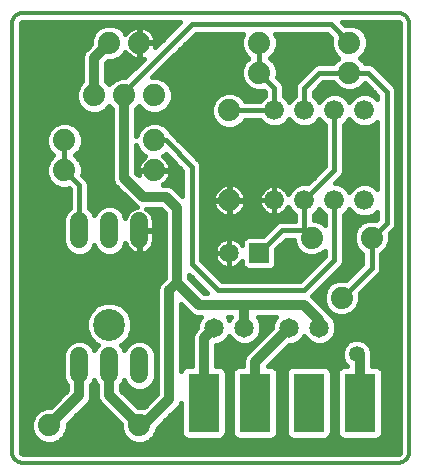
<source format=gbl>
G75*
%MOIN*%
%OFA0B0*%
%FSLAX24Y24*%
%IPPOS*%
%LPD*%
%AMOC8*
5,1,8,0,0,1.08239X$1,22.5*
%
%ADD10C,0.0120*%
%ADD11C,0.1065*%
%ADD12C,0.0660*%
%ADD13C,0.0600*%
%ADD14C,0.0740*%
%ADD15C,0.0650*%
%ADD16R,0.0650X0.0650*%
%ADD17R,0.1043X0.1969*%
%ADD18C,0.0320*%
%ADD19C,0.0531*%
%ADD20C,0.0160*%
D10*
X000180Y000555D02*
X000180Y014805D01*
X000182Y014842D01*
X000187Y014878D01*
X000196Y014914D01*
X000209Y014949D01*
X000224Y014982D01*
X000243Y015013D01*
X000265Y015043D01*
X000290Y015070D01*
X000317Y015095D01*
X000347Y015117D01*
X000378Y015136D01*
X000411Y015151D01*
X000446Y015164D01*
X000482Y015173D01*
X000518Y015178D01*
X000555Y015180D01*
X013055Y015180D01*
X013092Y015178D01*
X013128Y015173D01*
X013164Y015164D01*
X013199Y015151D01*
X013232Y015136D01*
X013263Y015117D01*
X013293Y015095D01*
X013320Y015070D01*
X013345Y015043D01*
X013367Y015013D01*
X013386Y014982D01*
X013401Y014949D01*
X013414Y014914D01*
X013423Y014878D01*
X013428Y014842D01*
X013430Y014805D01*
X013430Y000555D01*
X013428Y000518D01*
X013423Y000482D01*
X013414Y000446D01*
X013401Y000411D01*
X013386Y000378D01*
X013367Y000347D01*
X013345Y000317D01*
X013320Y000290D01*
X013293Y000265D01*
X013263Y000243D01*
X013232Y000224D01*
X013199Y000209D01*
X013164Y000196D01*
X013128Y000187D01*
X013092Y000182D01*
X013055Y000180D01*
X000555Y000180D01*
X000518Y000182D01*
X000482Y000187D01*
X000446Y000196D01*
X000411Y000209D01*
X000378Y000224D01*
X000347Y000243D01*
X000317Y000265D01*
X000290Y000290D01*
X000265Y000317D01*
X000243Y000347D01*
X000224Y000378D01*
X000209Y000411D01*
X000196Y000446D01*
X000187Y000482D01*
X000182Y000518D01*
X000180Y000555D01*
D11*
X003430Y004780D03*
D12*
X008930Y008930D03*
X009930Y008930D03*
X010930Y008930D03*
X011930Y008930D03*
X011930Y011930D03*
X010930Y011930D03*
X009930Y011930D03*
X008930Y011930D03*
D13*
X004430Y008230D02*
X004430Y007630D01*
X003430Y007630D02*
X003430Y008230D01*
X002430Y008230D02*
X002430Y007630D01*
X002430Y003730D02*
X002430Y003130D01*
X003430Y003130D02*
X003430Y003730D01*
X004430Y003730D02*
X004430Y003130D01*
D14*
X004430Y001430D03*
X001430Y001430D03*
X007430Y008930D03*
X004930Y009930D03*
X004930Y010930D03*
X004930Y012430D03*
X003930Y012430D03*
X002930Y012430D03*
X001930Y010930D03*
X001930Y009930D03*
X003430Y014180D03*
X004430Y014180D03*
X007430Y011930D03*
X008430Y013180D03*
X008430Y014180D03*
X011430Y014180D03*
X011430Y013180D03*
X012180Y007680D03*
X011180Y005680D03*
X010180Y007680D03*
D15*
X007430Y007180D03*
X006930Y004680D03*
X007930Y004680D03*
X009430Y004680D03*
X010430Y004680D03*
D16*
X008430Y007180D03*
D17*
X008284Y002180D03*
X006576Y002180D03*
X010076Y002180D03*
X011784Y002180D03*
D18*
X011784Y003701D01*
X011680Y003805D01*
X010430Y004680D02*
X010430Y004930D01*
X009930Y005430D01*
X007930Y005430D01*
X007930Y004680D01*
X007930Y005430D02*
X006430Y005430D01*
X005680Y006180D01*
X005430Y005930D01*
X005430Y002305D01*
X004555Y001430D01*
X004430Y001430D01*
X003430Y002430D01*
X003430Y003430D01*
X003430Y003555D01*
X002430Y003430D02*
X002430Y002430D01*
X001430Y001430D01*
X005680Y006180D02*
X005680Y008680D01*
X005305Y009055D01*
X004555Y009055D01*
X003930Y009680D01*
X003930Y012430D01*
X002930Y012430D02*
X002930Y013680D01*
X003430Y014180D01*
X006930Y004680D02*
X006576Y004326D01*
X006576Y002180D01*
X008284Y002180D02*
X008284Y003534D01*
X009430Y004680D01*
D19*
X011680Y003805D03*
D20*
X011302Y004143D02*
X010609Y004143D01*
X010542Y004115D02*
X010750Y004201D01*
X010909Y004360D01*
X010995Y004568D01*
X010995Y004792D01*
X010909Y005000D01*
X010781Y005128D01*
X010769Y005157D01*
X010269Y005657D01*
X010189Y005737D01*
X011111Y006659D01*
X011201Y006749D01*
X011250Y006866D01*
X011250Y008446D01*
X011253Y008447D01*
X011413Y008607D01*
X011430Y008648D01*
X011447Y008607D01*
X011607Y008447D01*
X011817Y008360D01*
X012043Y008360D01*
X012253Y008447D01*
X012360Y008554D01*
X012360Y008313D01*
X012327Y008279D01*
X012301Y008290D01*
X012059Y008290D01*
X011834Y008197D01*
X011663Y008026D01*
X011570Y007801D01*
X011570Y007559D01*
X011663Y007334D01*
X011834Y007163D01*
X011860Y007152D01*
X011860Y006813D01*
X011327Y006279D01*
X011301Y006290D01*
X011059Y006290D01*
X010834Y006197D01*
X010663Y006026D01*
X010570Y005801D01*
X010570Y005559D01*
X010663Y005334D01*
X010834Y005163D01*
X011059Y005070D01*
X011301Y005070D01*
X011526Y005163D01*
X011697Y005334D01*
X011790Y005559D01*
X011790Y005801D01*
X011779Y005827D01*
X012361Y006409D01*
X012451Y006499D01*
X012500Y006616D01*
X012500Y007152D01*
X012526Y007163D01*
X012697Y007334D01*
X012790Y007559D01*
X012790Y007801D01*
X012779Y007827D01*
X012861Y007909D01*
X012951Y007999D01*
X013000Y008116D01*
X013000Y012619D01*
X012951Y012736D01*
X012326Y013361D01*
X012236Y013451D01*
X012119Y013500D01*
X011958Y013500D01*
X011947Y013526D01*
X011793Y013680D01*
X011947Y013834D01*
X012040Y014059D01*
X012040Y014301D01*
X011947Y014526D01*
X011776Y014697D01*
X011551Y014790D01*
X011309Y014790D01*
X011283Y014779D01*
X011183Y014880D01*
X013055Y014880D01*
X013070Y014879D01*
X013097Y014867D01*
X013117Y014847D01*
X013129Y014820D01*
X013130Y014805D01*
X013130Y000555D01*
X013129Y000540D01*
X013117Y000513D01*
X013097Y000493D01*
X013070Y000481D01*
X013055Y000480D01*
X000555Y000480D01*
X000540Y000481D01*
X000513Y000493D01*
X000493Y000513D01*
X000481Y000540D01*
X000480Y000555D01*
X000480Y014805D01*
X000481Y014820D01*
X000493Y014847D01*
X000513Y014867D01*
X000540Y014879D01*
X000555Y014880D01*
X005802Y014880D01*
X004963Y014041D01*
X004966Y014051D01*
X004980Y014137D01*
X004980Y014160D01*
X004450Y014160D01*
X004450Y014200D01*
X004410Y014200D01*
X004410Y014730D01*
X004387Y014730D01*
X004301Y014716D01*
X004219Y014690D01*
X004142Y014650D01*
X004072Y014600D01*
X004010Y014538D01*
X003967Y014478D01*
X003947Y014526D01*
X003776Y014697D01*
X003551Y014790D01*
X003309Y014790D01*
X003084Y014697D01*
X002913Y014526D01*
X002820Y014301D01*
X002820Y014136D01*
X002703Y014019D01*
X002591Y013907D01*
X002530Y013760D01*
X002530Y012893D01*
X002413Y012776D01*
X002320Y012551D01*
X002320Y012309D01*
X002413Y012084D01*
X002584Y011913D01*
X002809Y011820D01*
X003051Y011820D01*
X003276Y011913D01*
X003430Y012067D01*
X003530Y011967D01*
X003530Y009600D01*
X003591Y009453D01*
X004216Y008828D01*
X004328Y008716D01*
X004356Y008704D01*
X004318Y008698D01*
X004246Y008675D01*
X004178Y008641D01*
X004117Y008596D01*
X004064Y008543D01*
X004019Y008482D01*
X003985Y008414D01*
X003965Y008351D01*
X003888Y008536D01*
X003736Y008688D01*
X003537Y008770D01*
X003323Y008770D01*
X003124Y008688D01*
X002972Y008536D01*
X002930Y008434D01*
X002888Y008536D01*
X002750Y008674D01*
X002750Y009494D01*
X002701Y009611D01*
X002611Y009701D01*
X002529Y009783D01*
X002540Y009809D01*
X002540Y010051D01*
X002447Y010276D01*
X002293Y010430D01*
X002447Y010584D01*
X002540Y010809D01*
X002540Y011051D01*
X002447Y011276D01*
X002276Y011447D01*
X002051Y011540D01*
X001809Y011540D01*
X001584Y011447D01*
X001413Y011276D01*
X001320Y011051D01*
X001320Y010809D01*
X001413Y010584D01*
X001567Y010430D01*
X001413Y010276D01*
X001320Y010051D01*
X001320Y009809D01*
X001413Y009584D01*
X001584Y009413D01*
X001809Y009320D01*
X002051Y009320D01*
X002077Y009331D01*
X002110Y009297D01*
X002110Y008674D01*
X001972Y008536D01*
X001890Y008337D01*
X001890Y007523D01*
X001972Y007324D01*
X002124Y007172D01*
X002323Y007090D01*
X002537Y007090D01*
X002736Y007172D01*
X002888Y007324D01*
X002930Y007426D01*
X002972Y007324D01*
X003124Y007172D01*
X003323Y007090D01*
X003537Y007090D01*
X003736Y007172D01*
X003888Y007324D01*
X003965Y007509D01*
X003985Y007446D01*
X004019Y007378D01*
X004064Y007317D01*
X004117Y007264D01*
X004178Y007219D01*
X004246Y007185D01*
X004318Y007162D01*
X004392Y007150D01*
X004410Y007150D01*
X004410Y007910D01*
X004450Y007910D01*
X004450Y007950D01*
X004910Y007950D01*
X004910Y008268D01*
X004898Y008342D01*
X004875Y008414D01*
X004841Y008482D01*
X004796Y008543D01*
X004743Y008596D01*
X004682Y008641D01*
X004653Y008655D01*
X005139Y008655D01*
X005280Y008514D01*
X005280Y006346D01*
X005203Y006269D01*
X005091Y006157D01*
X005030Y006010D01*
X005030Y002471D01*
X004585Y002026D01*
X004551Y002040D01*
X004386Y002040D01*
X003830Y002596D01*
X003830Y002766D01*
X003888Y002824D01*
X003930Y002926D01*
X003972Y002824D01*
X004124Y002672D01*
X004323Y002590D01*
X004537Y002590D01*
X004736Y002672D01*
X004888Y002824D01*
X004970Y003023D01*
X004970Y003837D01*
X004888Y004036D01*
X004736Y004188D01*
X004537Y004270D01*
X004323Y004270D01*
X004124Y004188D01*
X003972Y004036D01*
X003930Y003934D01*
X003888Y004036D01*
X003819Y004105D01*
X003868Y004125D01*
X004085Y004342D01*
X004202Y004626D01*
X004202Y004934D01*
X004085Y005218D01*
X003868Y005435D01*
X003584Y005552D01*
X003276Y005552D01*
X002992Y005435D01*
X002775Y005218D01*
X002658Y004934D01*
X002658Y004626D01*
X002775Y004342D01*
X002992Y004125D01*
X003041Y004105D01*
X002972Y004036D01*
X002930Y003934D01*
X002888Y004036D01*
X002736Y004188D01*
X002537Y004270D01*
X002323Y004270D01*
X002124Y004188D01*
X001972Y004036D01*
X001890Y003837D01*
X001890Y003023D01*
X001972Y002824D01*
X002030Y002766D01*
X002030Y002596D01*
X001474Y002040D01*
X001309Y002040D01*
X001084Y001947D01*
X000913Y001776D01*
X000820Y001551D01*
X000820Y001309D01*
X000913Y001084D01*
X001084Y000913D01*
X001309Y000820D01*
X001551Y000820D01*
X001776Y000913D01*
X001947Y001084D01*
X002040Y001309D01*
X002040Y001474D01*
X002657Y002091D01*
X002769Y002203D01*
X002830Y002350D01*
X002830Y002766D01*
X002888Y002824D01*
X002930Y002926D01*
X002972Y002824D01*
X003030Y002766D01*
X003030Y002350D01*
X003091Y002203D01*
X003203Y002091D01*
X003820Y001474D01*
X003820Y001309D01*
X003913Y001084D01*
X004084Y000913D01*
X004309Y000820D01*
X004551Y000820D01*
X004776Y000913D01*
X004947Y001084D01*
X005040Y001309D01*
X005040Y001349D01*
X005769Y002078D01*
X005814Y002187D01*
X005814Y001148D01*
X005851Y001060D01*
X005918Y000992D01*
X006006Y000956D01*
X007145Y000956D01*
X007233Y000992D01*
X007301Y001060D01*
X007337Y001148D01*
X007337Y003212D01*
X007301Y003300D01*
X007233Y003368D01*
X007145Y003404D01*
X006976Y003404D01*
X006976Y004115D01*
X007042Y004115D01*
X007250Y004201D01*
X007409Y004360D01*
X007430Y004411D01*
X007451Y004360D01*
X007610Y004201D01*
X007818Y004115D01*
X008042Y004115D01*
X008250Y004201D01*
X008409Y004360D01*
X008495Y004568D01*
X008495Y004792D01*
X008409Y005000D01*
X008379Y005030D01*
X008981Y005030D01*
X008951Y005000D01*
X008865Y004792D01*
X008865Y004681D01*
X007945Y003761D01*
X007884Y003614D01*
X007884Y003404D01*
X007715Y003404D01*
X007627Y003368D01*
X007559Y003300D01*
X007523Y003212D01*
X007523Y001148D01*
X007559Y001060D01*
X007627Y000992D01*
X007715Y000956D01*
X008854Y000956D01*
X008942Y000992D01*
X009009Y001060D01*
X009046Y001148D01*
X009046Y003212D01*
X009009Y003300D01*
X008942Y003368D01*
X008854Y003404D01*
X008720Y003404D01*
X009431Y004115D01*
X009542Y004115D01*
X009750Y004201D01*
X009909Y004360D01*
X009930Y004411D01*
X009951Y004360D01*
X010110Y004201D01*
X010318Y004115D01*
X010542Y004115D01*
X010251Y004143D02*
X009609Y004143D01*
X009850Y004301D02*
X010010Y004301D01*
X009300Y003984D02*
X011207Y003984D01*
X011174Y003906D02*
X011174Y003704D01*
X011251Y003519D01*
X011366Y003404D01*
X011215Y003404D01*
X011127Y003368D01*
X011059Y003300D01*
X011023Y003212D01*
X011023Y001148D01*
X011059Y001060D01*
X011127Y000992D01*
X011215Y000956D01*
X012354Y000956D01*
X012442Y000992D01*
X012509Y001060D01*
X012546Y001148D01*
X012546Y003212D01*
X012509Y003300D01*
X012442Y003368D01*
X012354Y003404D01*
X012184Y003404D01*
X012184Y003701D01*
X012186Y003704D01*
X012186Y003906D01*
X012109Y004091D01*
X011966Y004234D01*
X011781Y004311D01*
X011579Y004311D01*
X011394Y004234D01*
X011251Y004091D01*
X011174Y003906D01*
X011174Y003826D02*
X009141Y003826D01*
X008983Y003667D02*
X011190Y003667D01*
X011261Y003509D02*
X008824Y003509D01*
X008960Y003350D02*
X009400Y003350D01*
X009418Y003368D02*
X009351Y003300D01*
X009314Y003212D01*
X009314Y001148D01*
X009351Y001060D01*
X009418Y000992D01*
X009506Y000956D01*
X010645Y000956D01*
X010733Y000992D01*
X010801Y001060D01*
X010837Y001148D01*
X010837Y003212D01*
X010801Y003300D01*
X010733Y003368D01*
X010645Y003404D01*
X009506Y003404D01*
X009418Y003368D01*
X009314Y003192D02*
X009046Y003192D01*
X009046Y003033D02*
X009314Y003033D01*
X009314Y002875D02*
X009046Y002875D01*
X009046Y002716D02*
X009314Y002716D01*
X009314Y002558D02*
X009046Y002558D01*
X009046Y002399D02*
X009314Y002399D01*
X009314Y002241D02*
X009046Y002241D01*
X009046Y002082D02*
X009314Y002082D01*
X009314Y001924D02*
X009046Y001924D01*
X009046Y001765D02*
X009314Y001765D01*
X009314Y001607D02*
X009046Y001607D01*
X009046Y001448D02*
X009314Y001448D01*
X009314Y001290D02*
X009046Y001290D01*
X009039Y001131D02*
X009321Y001131D01*
X009466Y000973D02*
X008894Y000973D01*
X007674Y000973D02*
X007186Y000973D01*
X007330Y001131D02*
X007530Y001131D01*
X007523Y001290D02*
X007337Y001290D01*
X007337Y001448D02*
X007523Y001448D01*
X007523Y001607D02*
X007337Y001607D01*
X007337Y001765D02*
X007523Y001765D01*
X007523Y001924D02*
X007337Y001924D01*
X007337Y002082D02*
X007523Y002082D01*
X007523Y002241D02*
X007337Y002241D01*
X007337Y002399D02*
X007523Y002399D01*
X007523Y002558D02*
X007337Y002558D01*
X007337Y002716D02*
X007523Y002716D01*
X007523Y002875D02*
X007337Y002875D01*
X007337Y003033D02*
X007523Y003033D01*
X007523Y003192D02*
X007337Y003192D01*
X007251Y003350D02*
X007609Y003350D01*
X007884Y003509D02*
X006976Y003509D01*
X006976Y003667D02*
X007906Y003667D01*
X008010Y003826D02*
X006976Y003826D01*
X006976Y003984D02*
X008168Y003984D01*
X008109Y004143D02*
X008327Y004143D01*
X008350Y004301D02*
X008485Y004301D01*
X008450Y004460D02*
X008644Y004460D01*
X008495Y004618D02*
X008802Y004618D01*
X008865Y004777D02*
X008495Y004777D01*
X008436Y004935D02*
X008924Y004935D01*
X009930Y005930D02*
X010930Y006930D01*
X010930Y008930D01*
X010953Y009500D02*
X011111Y009659D01*
X011201Y009749D01*
X011250Y009866D01*
X011250Y011446D01*
X011253Y011447D01*
X011413Y011607D01*
X011430Y011648D01*
X011447Y011607D01*
X011607Y011447D01*
X011817Y011360D01*
X012043Y011360D01*
X012253Y011447D01*
X012360Y011554D01*
X012360Y009306D01*
X012253Y009413D01*
X012043Y009500D01*
X011817Y009500D01*
X011607Y009413D01*
X011447Y009253D01*
X011430Y009212D01*
X011413Y009253D01*
X011253Y009413D01*
X011043Y009500D01*
X010953Y009500D01*
X010984Y009532D02*
X012360Y009532D01*
X012360Y009690D02*
X011143Y009690D01*
X011243Y009849D02*
X012360Y009849D01*
X012360Y010007D02*
X011250Y010007D01*
X011250Y010166D02*
X012360Y010166D01*
X012360Y010324D02*
X011250Y010324D01*
X011250Y010483D02*
X012360Y010483D01*
X012360Y010641D02*
X011250Y010641D01*
X011250Y010800D02*
X012360Y010800D01*
X012360Y010958D02*
X011250Y010958D01*
X011250Y011117D02*
X012360Y011117D01*
X012360Y011275D02*
X011250Y011275D01*
X011250Y011434D02*
X011639Y011434D01*
X011462Y011592D02*
X011398Y011592D01*
X010930Y011930D02*
X010930Y009930D01*
X009930Y008930D01*
X009930Y007930D01*
X010180Y007680D01*
X009930Y007930D02*
X009180Y007930D01*
X008430Y007180D01*
X007865Y007553D02*
X007902Y007641D01*
X007969Y007708D01*
X008057Y007745D01*
X008542Y007745D01*
X008909Y008111D01*
X008999Y008201D01*
X009116Y008250D01*
X009610Y008250D01*
X009610Y008446D01*
X009607Y008447D01*
X009447Y008607D01*
X009398Y008725D01*
X009366Y008663D01*
X009319Y008598D01*
X009262Y008541D01*
X009197Y008494D01*
X009126Y008457D01*
X009049Y008433D01*
X008970Y008420D01*
X008930Y008420D01*
X008930Y008930D01*
X008930Y008930D01*
X008930Y009440D01*
X008970Y009440D01*
X009049Y009427D01*
X009126Y009403D01*
X009197Y009366D01*
X009262Y009319D01*
X009319Y009262D01*
X009366Y009197D01*
X009398Y009135D01*
X009447Y009253D01*
X009607Y009413D01*
X009817Y009500D01*
X010043Y009500D01*
X010046Y009499D01*
X010610Y010063D01*
X010610Y011446D01*
X010607Y011447D01*
X010447Y011607D01*
X010430Y011648D01*
X010413Y011607D01*
X010253Y011447D01*
X010043Y011360D01*
X009817Y011360D01*
X009607Y011447D01*
X009447Y011607D01*
X009430Y011648D01*
X009413Y011607D01*
X009253Y011447D01*
X009043Y011360D01*
X008817Y011360D01*
X008607Y011447D01*
X008447Y011607D01*
X008446Y011610D01*
X007958Y011610D01*
X007947Y011584D01*
X007776Y011413D01*
X007551Y011320D01*
X007309Y011320D01*
X007084Y011413D01*
X006913Y011584D01*
X006820Y011809D01*
X006820Y012051D01*
X006913Y012276D01*
X007084Y012447D01*
X007309Y012540D01*
X007551Y012540D01*
X007776Y012447D01*
X007947Y012276D01*
X007958Y012250D01*
X008446Y012250D01*
X008447Y012253D01*
X008607Y012413D01*
X008610Y012414D01*
X008610Y012547D01*
X008577Y012581D01*
X008551Y012570D01*
X008309Y012570D01*
X008084Y012663D01*
X007913Y012834D01*
X007820Y013059D01*
X007820Y013301D01*
X007913Y013526D01*
X008067Y013680D01*
X007913Y013834D01*
X007820Y014059D01*
X007820Y014301D01*
X007896Y014485D01*
X006313Y014485D01*
X004868Y013040D01*
X005051Y013040D01*
X005276Y012947D01*
X005447Y012776D01*
X005540Y012551D01*
X005540Y012309D01*
X005447Y012084D01*
X005276Y011913D01*
X005051Y011820D01*
X004809Y011820D01*
X004584Y011913D01*
X004430Y012067D01*
X004330Y011967D01*
X004330Y011075D01*
X004413Y011276D01*
X004584Y011447D01*
X004809Y011540D01*
X005051Y011540D01*
X005276Y011447D01*
X005447Y011276D01*
X005476Y011205D01*
X005486Y011201D01*
X006361Y010326D01*
X006451Y010236D01*
X006500Y010119D01*
X006500Y006938D01*
X007188Y006250D01*
X009797Y006250D01*
X010610Y007063D01*
X010610Y007247D01*
X010526Y007163D01*
X010301Y007070D01*
X010059Y007070D01*
X009834Y007163D01*
X009663Y007334D01*
X009570Y007559D01*
X009570Y007610D01*
X009313Y007610D01*
X008995Y007292D01*
X008995Y006807D01*
X008958Y006719D01*
X008891Y006652D01*
X008803Y006615D01*
X008057Y006615D01*
X007969Y006652D01*
X007902Y006719D01*
X007865Y006807D01*
X007865Y006921D01*
X007862Y006915D01*
X007815Y006851D01*
X007759Y006795D01*
X007695Y006748D01*
X007624Y006712D01*
X007548Y006687D01*
X007470Y006675D01*
X007430Y006675D01*
X007430Y007180D01*
X007430Y007180D01*
X007430Y007685D01*
X007470Y007685D01*
X007548Y007673D01*
X007624Y007648D01*
X007695Y007612D01*
X007759Y007565D01*
X007815Y007509D01*
X007862Y007445D01*
X007865Y007439D01*
X007865Y007553D01*
X007865Y007471D02*
X007843Y007471D01*
X007897Y007630D02*
X007660Y007630D01*
X007430Y007630D02*
X007430Y007630D01*
X007430Y007685D02*
X007390Y007685D01*
X007312Y007673D01*
X007236Y007648D01*
X007165Y007612D01*
X007101Y007565D01*
X007045Y007509D01*
X006998Y007445D01*
X006962Y007374D01*
X006937Y007298D01*
X006925Y007220D01*
X006925Y007180D01*
X007430Y007180D01*
X007430Y007180D01*
X007430Y007180D01*
X007430Y007685D01*
X007430Y007471D02*
X007430Y007471D01*
X007430Y007313D02*
X007430Y007313D01*
X007430Y007180D02*
X006925Y007180D01*
X006925Y007140D01*
X006937Y007062D01*
X006962Y006986D01*
X006998Y006915D01*
X007045Y006851D01*
X007101Y006795D01*
X007165Y006748D01*
X007236Y006712D01*
X007312Y006687D01*
X007390Y006675D01*
X007430Y006675D01*
X007430Y007180D01*
X007430Y007154D02*
X007430Y007154D01*
X007430Y006996D02*
X007430Y006996D01*
X007430Y006837D02*
X007430Y006837D01*
X007430Y006679D02*
X007430Y006679D01*
X007492Y006679D02*
X007942Y006679D01*
X007865Y006837D02*
X007801Y006837D01*
X007368Y006679D02*
X006759Y006679D01*
X006601Y006837D02*
X007059Y006837D01*
X006959Y006996D02*
X006500Y006996D01*
X006500Y007154D02*
X006925Y007154D01*
X006942Y007313D02*
X006500Y007313D01*
X006500Y007471D02*
X007017Y007471D01*
X007200Y007630D02*
X006500Y007630D01*
X006500Y007788D02*
X008585Y007788D01*
X008744Y007947D02*
X006500Y007947D01*
X006500Y008105D02*
X008902Y008105D01*
X008890Y008420D02*
X008811Y008433D01*
X008734Y008457D01*
X008663Y008494D01*
X008598Y008541D01*
X008541Y008598D01*
X008494Y008663D01*
X008457Y008734D01*
X008433Y008811D01*
X008420Y008890D01*
X008420Y008930D01*
X008930Y008930D01*
X008930Y008930D01*
X008930Y008930D01*
X008930Y009440D01*
X008890Y009440D01*
X008811Y009427D01*
X008734Y009403D01*
X008663Y009366D01*
X008598Y009319D01*
X008541Y009262D01*
X008494Y009197D01*
X008457Y009126D01*
X008433Y009049D01*
X008420Y008970D01*
X008420Y008930D01*
X008930Y008930D01*
X008930Y008420D01*
X008890Y008420D01*
X008877Y008422D02*
X007644Y008422D01*
X007641Y008420D02*
X007718Y008460D01*
X007788Y008510D01*
X007850Y008572D01*
X007900Y008642D01*
X007940Y008719D01*
X007966Y008801D01*
X007980Y008887D01*
X007980Y008921D01*
X007439Y008921D01*
X007439Y008939D01*
X007421Y008939D01*
X007421Y009480D01*
X007387Y009480D01*
X007301Y009466D01*
X007219Y009440D01*
X007142Y009400D01*
X007072Y009350D01*
X007010Y009288D01*
X006960Y009218D01*
X006920Y009141D01*
X006894Y009059D01*
X006880Y008973D01*
X006880Y008939D01*
X007421Y008939D01*
X007421Y008921D01*
X006880Y008921D01*
X006880Y008887D01*
X006894Y008801D01*
X006920Y008719D01*
X006960Y008642D01*
X007010Y008572D01*
X007072Y008510D01*
X007142Y008460D01*
X007219Y008420D01*
X007301Y008394D01*
X007387Y008380D01*
X007421Y008380D01*
X007421Y008921D01*
X007439Y008921D01*
X007439Y008380D01*
X007473Y008380D01*
X007559Y008394D01*
X007641Y008420D01*
X007856Y008581D02*
X008558Y008581D01*
X008456Y008739D02*
X007946Y008739D01*
X007980Y008898D02*
X008420Y008898D01*
X008435Y009056D02*
X007967Y009056D01*
X007966Y009059D02*
X007940Y009141D01*
X007900Y009218D01*
X007850Y009288D01*
X007788Y009350D01*
X007718Y009400D01*
X007641Y009440D01*
X007559Y009466D01*
X007473Y009480D01*
X007439Y009480D01*
X007439Y008939D01*
X007980Y008939D01*
X007980Y008973D01*
X007966Y009059D01*
X007902Y009215D02*
X008506Y009215D01*
X008676Y009373D02*
X007756Y009373D01*
X007439Y009373D02*
X007421Y009373D01*
X007421Y009215D02*
X007439Y009215D01*
X007439Y009056D02*
X007421Y009056D01*
X007421Y008898D02*
X007439Y008898D01*
X007439Y008739D02*
X007421Y008739D01*
X007421Y008581D02*
X007439Y008581D01*
X007439Y008422D02*
X007421Y008422D01*
X007216Y008422D02*
X006500Y008422D01*
X006500Y008264D02*
X009610Y008264D01*
X009610Y008422D02*
X008983Y008422D01*
X008930Y008422D02*
X008930Y008422D01*
X008930Y008581D02*
X008930Y008581D01*
X008930Y008739D02*
X008930Y008739D01*
X008930Y008898D02*
X008930Y008898D01*
X008930Y009056D02*
X008930Y009056D01*
X008930Y009215D02*
X008930Y009215D01*
X008930Y009373D02*
X008930Y009373D01*
X009184Y009373D02*
X009567Y009373D01*
X009431Y009215D02*
X009354Y009215D01*
X009302Y008581D02*
X009473Y008581D01*
X010250Y008446D02*
X010250Y008290D01*
X010301Y008290D01*
X010526Y008197D01*
X010610Y008113D01*
X010610Y008446D01*
X010607Y008447D01*
X010447Y008607D01*
X010430Y008648D01*
X010413Y008607D01*
X010253Y008447D01*
X010250Y008446D01*
X010250Y008422D02*
X010610Y008422D01*
X010610Y008264D02*
X010365Y008264D01*
X010387Y008581D02*
X010473Y008581D01*
X011250Y008422D02*
X011667Y008422D01*
X011473Y008581D02*
X011387Y008581D01*
X011250Y008264D02*
X011995Y008264D01*
X012193Y008422D02*
X012360Y008422D01*
X012680Y008180D02*
X012680Y012555D01*
X012055Y013180D01*
X011430Y013180D01*
X010430Y013180D01*
X009930Y012680D01*
X009930Y011930D01*
X009430Y012212D02*
X009413Y012253D01*
X009253Y012413D01*
X009250Y012414D01*
X009250Y012744D01*
X009201Y012861D01*
X009111Y012951D01*
X009029Y013033D01*
X009040Y013059D01*
X009040Y013301D01*
X008947Y013526D01*
X008793Y013680D01*
X008947Y013834D01*
X009040Y014059D01*
X009040Y014301D01*
X008964Y014485D01*
X010672Y014485D01*
X010831Y014327D01*
X010820Y014301D01*
X010820Y014059D01*
X010913Y013834D01*
X011067Y013680D01*
X010913Y013526D01*
X010902Y013500D01*
X010366Y013500D01*
X010249Y013451D01*
X009749Y012951D01*
X009659Y012861D01*
X009610Y012744D01*
X009610Y012414D01*
X009607Y012413D01*
X009447Y012253D01*
X009430Y012212D01*
X009424Y012226D02*
X009436Y012226D01*
X009578Y012385D02*
X009282Y012385D01*
X009250Y012543D02*
X009610Y012543D01*
X009610Y012702D02*
X009250Y012702D01*
X009202Y012860D02*
X009658Y012860D01*
X009816Y013019D02*
X009044Y013019D01*
X009040Y013177D02*
X009974Y013177D01*
X010133Y013336D02*
X009026Y013336D01*
X008960Y013494D02*
X010352Y013494D01*
X010857Y013970D02*
X009003Y013970D01*
X009040Y014128D02*
X010820Y014128D01*
X010820Y014287D02*
X009040Y014287D01*
X008980Y014445D02*
X010712Y014445D01*
X010805Y014805D02*
X006180Y014805D01*
X003930Y012555D01*
X003930Y012430D01*
X003497Y012860D02*
X003363Y012860D01*
X003330Y012893D02*
X003330Y013514D01*
X003386Y013570D01*
X003551Y013570D01*
X003776Y013663D01*
X003947Y013834D01*
X003967Y013882D01*
X004010Y013822D01*
X004072Y013760D01*
X004142Y013710D01*
X004219Y013670D01*
X004301Y013644D01*
X004387Y013630D01*
X004410Y013630D01*
X004410Y014160D01*
X004450Y014160D01*
X004450Y013630D01*
X004473Y013630D01*
X004559Y013644D01*
X004569Y013647D01*
X003962Y013040D01*
X003809Y013040D01*
X003584Y012947D01*
X003430Y012793D01*
X003330Y012893D01*
X003330Y013019D02*
X003757Y013019D01*
X004099Y013177D02*
X003330Y013177D01*
X003330Y013336D02*
X004258Y013336D01*
X004416Y013494D02*
X003330Y013494D01*
X003751Y013653D02*
X004274Y013653D01*
X004410Y013653D02*
X004450Y013653D01*
X004450Y013811D02*
X004410Y013811D01*
X004410Y013970D02*
X004450Y013970D01*
X004450Y014128D02*
X004410Y014128D01*
X004450Y014200D02*
X004980Y014200D01*
X004980Y014223D01*
X004966Y014309D01*
X004940Y014391D01*
X004900Y014468D01*
X004850Y014538D01*
X004788Y014600D01*
X004718Y014650D01*
X004641Y014690D01*
X004559Y014716D01*
X004473Y014730D01*
X004450Y014730D01*
X004450Y014200D01*
X004450Y014287D02*
X004410Y014287D01*
X004410Y014445D02*
X004450Y014445D01*
X004450Y014604D02*
X004410Y014604D01*
X004077Y014604D02*
X003869Y014604D01*
X003619Y014762D02*
X005684Y014762D01*
X005526Y014604D02*
X004783Y014604D01*
X004912Y014445D02*
X005367Y014445D01*
X005209Y014287D02*
X004970Y014287D01*
X004979Y014128D02*
X005050Y014128D01*
X005480Y013653D02*
X008040Y013653D01*
X007936Y013811D02*
X005639Y013811D01*
X005797Y013970D02*
X007857Y013970D01*
X007820Y014128D02*
X005956Y014128D01*
X006114Y014287D02*
X007820Y014287D01*
X007880Y014445D02*
X006273Y014445D01*
X005322Y013494D02*
X007900Y013494D01*
X007834Y013336D02*
X005163Y013336D01*
X005005Y013177D02*
X007820Y013177D01*
X007837Y013019D02*
X005103Y013019D01*
X005363Y012860D02*
X007902Y012860D01*
X008046Y012702D02*
X005478Y012702D01*
X005540Y012543D02*
X008610Y012543D01*
X008578Y012385D02*
X007838Y012385D01*
X007430Y011930D02*
X008930Y011930D01*
X008930Y012680D01*
X008430Y013180D01*
X008430Y014180D01*
X008924Y013811D02*
X010936Y013811D01*
X011040Y013653D02*
X008820Y013653D01*
X010250Y012547D02*
X010250Y012414D01*
X010253Y012413D01*
X010413Y012253D01*
X010430Y012212D01*
X010447Y012253D01*
X010607Y012413D01*
X010817Y012500D01*
X011043Y012500D01*
X011253Y012413D01*
X011413Y012253D01*
X011430Y012212D01*
X011447Y012253D01*
X011607Y012413D01*
X011817Y012500D01*
X012043Y012500D01*
X012253Y012413D01*
X012360Y012306D01*
X012360Y012422D01*
X011947Y012835D01*
X011947Y012834D01*
X011776Y012663D01*
X011551Y012570D01*
X011309Y012570D01*
X011084Y012663D01*
X010913Y012834D01*
X010902Y012860D01*
X010563Y012860D01*
X010250Y012547D01*
X010250Y012543D02*
X012239Y012543D01*
X012282Y012385D02*
X012360Y012385D01*
X012081Y012702D02*
X011814Y012702D01*
X011578Y012385D02*
X011282Y012385D01*
X011424Y012226D02*
X011436Y012226D01*
X011046Y012702D02*
X010404Y012702D01*
X010282Y012385D02*
X010578Y012385D01*
X010436Y012226D02*
X010424Y012226D01*
X010398Y011592D02*
X010462Y011592D01*
X010610Y011434D02*
X010221Y011434D01*
X010610Y011275D02*
X005447Y011275D01*
X005571Y011117D02*
X010610Y011117D01*
X010610Y010958D02*
X005730Y010958D01*
X005888Y010800D02*
X010610Y010800D01*
X010610Y010641D02*
X006047Y010641D01*
X006205Y010483D02*
X010610Y010483D01*
X010610Y010324D02*
X006364Y010324D01*
X006481Y010166D02*
X010610Y010166D01*
X010554Y010007D02*
X006500Y010007D01*
X006500Y009849D02*
X010396Y009849D01*
X010237Y009690D02*
X006500Y009690D01*
X006500Y009532D02*
X010079Y009532D01*
X011293Y009373D02*
X011567Y009373D01*
X011431Y009215D02*
X011429Y009215D01*
X012293Y009373D02*
X012360Y009373D01*
X013000Y009373D02*
X013130Y009373D01*
X013130Y009532D02*
X013000Y009532D01*
X013000Y009690D02*
X013130Y009690D01*
X013130Y009849D02*
X013000Y009849D01*
X013000Y010007D02*
X013130Y010007D01*
X013130Y010166D02*
X013000Y010166D01*
X013000Y010324D02*
X013130Y010324D01*
X013130Y010483D02*
X013000Y010483D01*
X013000Y010641D02*
X013130Y010641D01*
X013130Y010800D02*
X013000Y010800D01*
X013000Y010958D02*
X013130Y010958D01*
X013130Y011117D02*
X013000Y011117D01*
X013000Y011275D02*
X013130Y011275D01*
X013130Y011434D02*
X013000Y011434D01*
X013000Y011592D02*
X013130Y011592D01*
X013130Y011751D02*
X013000Y011751D01*
X013000Y011909D02*
X013130Y011909D01*
X013130Y012068D02*
X013000Y012068D01*
X013000Y012226D02*
X013130Y012226D01*
X013130Y012385D02*
X013000Y012385D01*
X013000Y012543D02*
X013130Y012543D01*
X013130Y012702D02*
X012966Y012702D01*
X012828Y012860D02*
X013130Y012860D01*
X013130Y013019D02*
X012669Y013019D01*
X012511Y013177D02*
X013130Y013177D01*
X013130Y013336D02*
X012352Y013336D01*
X012133Y013494D02*
X013130Y013494D01*
X013130Y013653D02*
X011820Y013653D01*
X011924Y013811D02*
X013130Y013811D01*
X013130Y013970D02*
X012003Y013970D01*
X012040Y014128D02*
X013130Y014128D01*
X013130Y014287D02*
X012040Y014287D01*
X011980Y014445D02*
X013130Y014445D01*
X013130Y014604D02*
X011869Y014604D01*
X011619Y014762D02*
X013130Y014762D01*
X011430Y014180D02*
X010805Y014805D01*
X009462Y011592D02*
X009398Y011592D01*
X009221Y011434D02*
X009639Y011434D01*
X008639Y011434D02*
X007796Y011434D01*
X007950Y011592D02*
X008462Y011592D01*
X007064Y011434D02*
X005289Y011434D01*
X005266Y011909D02*
X006820Y011909D01*
X006827Y012068D02*
X005430Y012068D01*
X005506Y012226D02*
X006892Y012226D01*
X007022Y012385D02*
X005540Y012385D01*
X004594Y011909D02*
X004330Y011909D01*
X004330Y011751D02*
X006844Y011751D01*
X006910Y011592D02*
X004330Y011592D01*
X004330Y011434D02*
X004571Y011434D01*
X004413Y011275D02*
X004330Y011275D01*
X004330Y011117D02*
X004347Y011117D01*
X004330Y010785D02*
X004330Y009846D01*
X004403Y009773D01*
X004394Y009801D01*
X004380Y009887D01*
X004380Y009921D01*
X004921Y009921D01*
X004921Y009939D01*
X004380Y009939D01*
X004380Y009973D01*
X004394Y010059D01*
X004420Y010141D01*
X004460Y010218D01*
X004510Y010288D01*
X004572Y010350D01*
X004632Y010393D01*
X004584Y010413D01*
X004413Y010584D01*
X004330Y010785D01*
X004330Y010641D02*
X004389Y010641D01*
X004330Y010483D02*
X004515Y010483D01*
X004546Y010324D02*
X004330Y010324D01*
X004330Y010166D02*
X004433Y010166D01*
X004385Y010007D02*
X004330Y010007D01*
X004330Y009849D02*
X004386Y009849D01*
X004939Y009921D02*
X004939Y009939D01*
X005480Y009939D01*
X005480Y009973D01*
X005466Y010059D01*
X005440Y010141D01*
X005400Y010218D01*
X005350Y010288D01*
X005288Y010350D01*
X005228Y010393D01*
X005276Y010413D01*
X005323Y010460D01*
X005860Y009922D01*
X005860Y009066D01*
X005532Y009394D01*
X005385Y009455D01*
X005225Y009455D01*
X005209Y009455D01*
X005218Y009460D01*
X005288Y009510D01*
X005350Y009572D01*
X005400Y009642D01*
X005440Y009719D01*
X005466Y009801D01*
X005480Y009887D01*
X005480Y009921D01*
X004939Y009921D01*
X005309Y009532D02*
X005860Y009532D01*
X005860Y009690D02*
X005425Y009690D01*
X005474Y009849D02*
X005860Y009849D01*
X005775Y010007D02*
X005475Y010007D01*
X005427Y010166D02*
X005617Y010166D01*
X005458Y010324D02*
X005314Y010324D01*
X005305Y010930D02*
X004930Y010930D01*
X005305Y010930D02*
X006180Y010055D01*
X006180Y006805D01*
X007055Y005930D01*
X009930Y005930D01*
X010198Y005728D02*
X010570Y005728D01*
X010570Y005569D02*
X010357Y005569D01*
X010515Y005411D02*
X010631Y005411D01*
X010674Y005252D02*
X010745Y005252D01*
X010816Y005094D02*
X011002Y005094D01*
X010936Y004935D02*
X013130Y004935D01*
X013130Y004777D02*
X010995Y004777D01*
X010995Y004618D02*
X013130Y004618D01*
X013130Y004460D02*
X010950Y004460D01*
X010850Y004301D02*
X011556Y004301D01*
X011804Y004301D02*
X013130Y004301D01*
X013130Y004143D02*
X012058Y004143D01*
X012153Y003984D02*
X013130Y003984D01*
X013130Y003826D02*
X012186Y003826D01*
X012184Y003667D02*
X013130Y003667D01*
X013130Y003509D02*
X012184Y003509D01*
X012460Y003350D02*
X013130Y003350D01*
X013130Y003192D02*
X012546Y003192D01*
X012546Y003033D02*
X013130Y003033D01*
X013130Y002875D02*
X012546Y002875D01*
X012546Y002716D02*
X013130Y002716D01*
X013130Y002558D02*
X012546Y002558D01*
X012546Y002399D02*
X013130Y002399D01*
X013130Y002241D02*
X012546Y002241D01*
X012546Y002082D02*
X013130Y002082D01*
X013130Y001924D02*
X012546Y001924D01*
X012546Y001765D02*
X013130Y001765D01*
X013130Y001607D02*
X012546Y001607D01*
X012546Y001448D02*
X013130Y001448D01*
X013130Y001290D02*
X012546Y001290D01*
X012539Y001131D02*
X013130Y001131D01*
X013130Y000973D02*
X012394Y000973D01*
X013130Y000814D02*
X000480Y000814D01*
X000480Y000656D02*
X013130Y000656D01*
X013101Y000497D02*
X000509Y000497D01*
X000480Y000973D02*
X001025Y000973D01*
X000894Y001131D02*
X000480Y001131D01*
X000480Y001290D02*
X000828Y001290D01*
X000820Y001448D02*
X000480Y001448D01*
X000480Y001607D02*
X000843Y001607D01*
X000909Y001765D02*
X000480Y001765D01*
X000480Y001924D02*
X001061Y001924D01*
X001516Y002082D02*
X000480Y002082D01*
X000480Y002241D02*
X001675Y002241D01*
X001833Y002399D02*
X000480Y002399D01*
X000480Y002558D02*
X001992Y002558D01*
X002030Y002716D02*
X000480Y002716D01*
X000480Y002875D02*
X001951Y002875D01*
X001890Y003033D02*
X000480Y003033D01*
X000480Y003192D02*
X001890Y003192D01*
X001890Y003350D02*
X000480Y003350D01*
X000480Y003509D02*
X001890Y003509D01*
X001890Y003667D02*
X000480Y003667D01*
X000480Y003826D02*
X001890Y003826D01*
X001951Y003984D02*
X000480Y003984D01*
X000480Y004143D02*
X002079Y004143D01*
X002661Y004618D02*
X000480Y004618D01*
X000480Y004460D02*
X002727Y004460D01*
X002817Y004301D02*
X000480Y004301D01*
X000480Y004777D02*
X002658Y004777D01*
X002658Y004935D02*
X000480Y004935D01*
X000480Y005094D02*
X002724Y005094D01*
X002810Y005252D02*
X000480Y005252D01*
X000480Y005411D02*
X002968Y005411D01*
X003892Y005411D02*
X005030Y005411D01*
X005030Y005569D02*
X000480Y005569D01*
X000480Y005728D02*
X005030Y005728D01*
X005030Y005886D02*
X000480Y005886D01*
X000480Y006045D02*
X005044Y006045D01*
X005137Y006203D02*
X000480Y006203D01*
X000480Y006362D02*
X005280Y006362D01*
X005280Y006520D02*
X000480Y006520D01*
X000480Y006679D02*
X005280Y006679D01*
X005280Y006837D02*
X000480Y006837D01*
X000480Y006996D02*
X005280Y006996D01*
X005280Y007154D02*
X004493Y007154D01*
X004468Y007150D02*
X004542Y007162D01*
X004614Y007185D01*
X004682Y007219D01*
X004743Y007264D01*
X004796Y007317D01*
X004841Y007378D01*
X004875Y007446D01*
X004898Y007518D01*
X004910Y007592D01*
X004910Y007910D01*
X004450Y007910D01*
X004450Y007150D01*
X004468Y007150D01*
X004450Y007154D02*
X004410Y007154D01*
X004367Y007154D02*
X003692Y007154D01*
X003876Y007313D02*
X004069Y007313D01*
X003977Y007471D02*
X003949Y007471D01*
X004410Y007471D02*
X004450Y007471D01*
X004450Y007313D02*
X004410Y007313D01*
X004410Y007630D02*
X004450Y007630D01*
X004450Y007788D02*
X004410Y007788D01*
X004450Y007947D02*
X005280Y007947D01*
X005280Y008105D02*
X004910Y008105D01*
X004910Y008264D02*
X005280Y008264D01*
X005280Y008422D02*
X004871Y008422D01*
X004758Y008581D02*
X005214Y008581D01*
X005711Y009215D02*
X005860Y009215D01*
X005860Y009373D02*
X005553Y009373D01*
X006500Y009373D02*
X007104Y009373D01*
X006958Y009215D02*
X006500Y009215D01*
X006500Y009056D02*
X006893Y009056D01*
X006880Y008898D02*
X006500Y008898D01*
X006500Y008739D02*
X006914Y008739D01*
X007004Y008581D02*
X006500Y008581D01*
X005280Y007788D02*
X004910Y007788D01*
X004910Y007630D02*
X005280Y007630D01*
X005280Y007471D02*
X004883Y007471D01*
X004791Y007313D02*
X005280Y007313D01*
X006080Y006452D02*
X006080Y006346D01*
X006596Y005830D01*
X006702Y005830D01*
X006080Y006452D01*
X006080Y006362D02*
X006171Y006362D01*
X006223Y006203D02*
X006329Y006203D01*
X006381Y006045D02*
X006488Y006045D01*
X006540Y005886D02*
X006646Y005886D01*
X007076Y006362D02*
X009909Y006362D01*
X010067Y006520D02*
X006918Y006520D01*
X005884Y005411D02*
X005830Y005411D01*
X005830Y005464D02*
X006091Y005203D01*
X006203Y005091D01*
X006350Y005030D01*
X006481Y005030D01*
X006451Y005000D01*
X006365Y004792D01*
X006365Y004681D01*
X006349Y004665D01*
X006237Y004552D01*
X006176Y004405D01*
X006176Y003404D01*
X006006Y003404D01*
X005918Y003368D01*
X005851Y003300D01*
X005830Y003251D01*
X005830Y005464D01*
X005830Y005252D02*
X006042Y005252D01*
X006201Y005094D02*
X005830Y005094D01*
X005830Y004935D02*
X006424Y004935D01*
X006365Y004777D02*
X005830Y004777D01*
X005830Y004618D02*
X006302Y004618D01*
X006198Y004460D02*
X005830Y004460D01*
X005830Y004301D02*
X006176Y004301D01*
X006176Y004143D02*
X005830Y004143D01*
X005830Y003984D02*
X006176Y003984D01*
X006176Y003826D02*
X005830Y003826D01*
X005830Y003667D02*
X006176Y003667D01*
X006176Y003509D02*
X005830Y003509D01*
X005830Y003350D02*
X005900Y003350D01*
X005030Y003350D02*
X004970Y003350D01*
X004970Y003192D02*
X005030Y003192D01*
X005030Y003033D02*
X004970Y003033D01*
X004909Y002875D02*
X005030Y002875D01*
X005030Y002716D02*
X004780Y002716D01*
X005030Y002558D02*
X003868Y002558D01*
X003830Y002716D02*
X004080Y002716D01*
X003951Y002875D02*
X003909Y002875D01*
X004027Y002399D02*
X004958Y002399D01*
X004800Y002241D02*
X004185Y002241D01*
X004344Y002082D02*
X004641Y002082D01*
X005139Y001448D02*
X005814Y001448D01*
X005814Y001290D02*
X005032Y001290D01*
X004966Y001131D02*
X005821Y001131D01*
X005966Y000973D02*
X004835Y000973D01*
X005297Y001607D02*
X005814Y001607D01*
X005814Y001765D02*
X005456Y001765D01*
X005614Y001924D02*
X005814Y001924D01*
X005814Y002082D02*
X005771Y002082D01*
X005030Y003509D02*
X004970Y003509D01*
X004970Y003667D02*
X005030Y003667D01*
X005030Y003826D02*
X004970Y003826D01*
X004909Y003984D02*
X005030Y003984D01*
X005030Y004143D02*
X004781Y004143D01*
X005030Y004301D02*
X004043Y004301D01*
X004133Y004460D02*
X005030Y004460D01*
X005030Y004618D02*
X004199Y004618D01*
X004202Y004777D02*
X005030Y004777D01*
X005030Y004935D02*
X004202Y004935D01*
X004136Y005094D02*
X005030Y005094D01*
X005030Y005252D02*
X004050Y005252D01*
X004079Y004143D02*
X003885Y004143D01*
X003909Y003984D02*
X003951Y003984D01*
X002975Y004143D02*
X002781Y004143D01*
X002909Y003984D02*
X002951Y003984D01*
X002909Y002875D02*
X002951Y002875D01*
X003030Y002716D02*
X002830Y002716D01*
X002830Y002558D02*
X003030Y002558D01*
X003030Y002399D02*
X002830Y002399D01*
X002784Y002241D02*
X003076Y002241D01*
X003212Y002082D02*
X002648Y002082D01*
X002489Y001924D02*
X003371Y001924D01*
X003529Y001765D02*
X002331Y001765D01*
X002172Y001607D02*
X003688Y001607D01*
X003820Y001448D02*
X002040Y001448D01*
X002032Y001290D02*
X003828Y001290D01*
X003894Y001131D02*
X001966Y001131D01*
X001835Y000973D02*
X004025Y000973D01*
X007109Y004143D02*
X007751Y004143D01*
X007510Y004301D02*
X007350Y004301D01*
X007430Y004949D02*
X007409Y005000D01*
X007379Y005030D01*
X007481Y005030D01*
X007451Y005000D01*
X007430Y004949D01*
X008918Y006679D02*
X010226Y006679D01*
X010384Y006837D02*
X008995Y006837D01*
X008995Y006996D02*
X010543Y006996D01*
X010504Y007154D02*
X010610Y007154D01*
X011131Y006679D02*
X011726Y006679D01*
X011860Y006837D02*
X011238Y006837D01*
X011250Y006996D02*
X011860Y006996D01*
X011856Y007154D02*
X011250Y007154D01*
X011250Y007313D02*
X011685Y007313D01*
X011606Y007471D02*
X011250Y007471D01*
X011250Y007630D02*
X011570Y007630D01*
X011570Y007788D02*
X011250Y007788D01*
X011250Y007947D02*
X011630Y007947D01*
X011742Y008105D02*
X011250Y008105D01*
X012180Y007680D02*
X012680Y008180D01*
X012899Y007947D02*
X013130Y007947D01*
X013130Y008105D02*
X012995Y008105D01*
X013000Y008264D02*
X013130Y008264D01*
X013130Y008422D02*
X013000Y008422D01*
X013000Y008581D02*
X013130Y008581D01*
X013130Y008739D02*
X013000Y008739D01*
X013000Y008898D02*
X013130Y008898D01*
X013130Y009056D02*
X013000Y009056D01*
X013000Y009215D02*
X013130Y009215D01*
X013130Y007788D02*
X012790Y007788D01*
X012790Y007630D02*
X013130Y007630D01*
X013130Y007471D02*
X012754Y007471D01*
X012675Y007313D02*
X013130Y007313D01*
X013130Y007154D02*
X012504Y007154D01*
X012500Y006996D02*
X013130Y006996D01*
X013130Y006837D02*
X012500Y006837D01*
X012500Y006679D02*
X013130Y006679D01*
X013130Y006520D02*
X012460Y006520D01*
X012314Y006362D02*
X013130Y006362D01*
X013130Y006203D02*
X012156Y006203D01*
X011997Y006045D02*
X013130Y006045D01*
X013130Y005886D02*
X011839Y005886D01*
X011790Y005728D02*
X013130Y005728D01*
X013130Y005569D02*
X011790Y005569D01*
X011729Y005411D02*
X013130Y005411D01*
X013130Y005252D02*
X011615Y005252D01*
X011358Y005094D02*
X013130Y005094D01*
X012180Y006680D02*
X012180Y007680D01*
X012180Y006680D02*
X011180Y005680D01*
X010682Y006045D02*
X010497Y006045D01*
X010605Y005886D02*
X010339Y005886D01*
X010656Y006203D02*
X010849Y006203D01*
X010814Y006362D02*
X011409Y006362D01*
X011567Y006520D02*
X010973Y006520D01*
X009856Y007154D02*
X008995Y007154D01*
X009015Y007313D02*
X009685Y007313D01*
X009606Y007471D02*
X009174Y007471D01*
X012221Y011434D02*
X012360Y011434D01*
X011109Y003350D02*
X010751Y003350D01*
X010837Y003192D02*
X011023Y003192D01*
X011023Y003033D02*
X010837Y003033D01*
X010837Y002875D02*
X011023Y002875D01*
X011023Y002716D02*
X010837Y002716D01*
X010837Y002558D02*
X011023Y002558D01*
X011023Y002399D02*
X010837Y002399D01*
X010837Y002241D02*
X011023Y002241D01*
X011023Y002082D02*
X010837Y002082D01*
X010837Y001924D02*
X011023Y001924D01*
X011023Y001765D02*
X010837Y001765D01*
X010837Y001607D02*
X011023Y001607D01*
X011023Y001448D02*
X010837Y001448D01*
X010837Y001290D02*
X011023Y001290D01*
X011030Y001131D02*
X010830Y001131D01*
X010686Y000973D02*
X011174Y000973D01*
X004305Y008739D02*
X003612Y008739D01*
X003843Y008581D02*
X004102Y008581D01*
X003989Y008422D02*
X003935Y008422D01*
X004216Y008828D02*
X004216Y008828D01*
X004147Y008898D02*
X002750Y008898D01*
X002750Y009056D02*
X003988Y009056D01*
X003830Y009215D02*
X002750Y009215D01*
X002750Y009373D02*
X003671Y009373D01*
X003559Y009532D02*
X002734Y009532D01*
X002623Y009690D02*
X003530Y009690D01*
X003530Y009849D02*
X002540Y009849D01*
X002540Y010007D02*
X003530Y010007D01*
X003530Y010166D02*
X002493Y010166D01*
X002399Y010324D02*
X003530Y010324D01*
X003530Y010483D02*
X002345Y010483D01*
X002471Y010641D02*
X003530Y010641D01*
X003530Y010800D02*
X002536Y010800D01*
X002540Y010958D02*
X003530Y010958D01*
X003530Y011117D02*
X002513Y011117D01*
X002447Y011275D02*
X003530Y011275D01*
X003530Y011434D02*
X002289Y011434D01*
X002594Y011909D02*
X000480Y011909D01*
X000480Y011751D02*
X003530Y011751D01*
X003530Y011909D02*
X003266Y011909D01*
X003530Y011592D02*
X000480Y011592D01*
X000480Y011434D02*
X001571Y011434D01*
X001413Y011275D02*
X000480Y011275D01*
X000480Y011117D02*
X001347Y011117D01*
X001320Y010958D02*
X000480Y010958D01*
X000480Y010800D02*
X001324Y010800D01*
X001389Y010641D02*
X000480Y010641D01*
X000480Y010483D02*
X001515Y010483D01*
X001461Y010324D02*
X000480Y010324D01*
X000480Y010166D02*
X001367Y010166D01*
X001320Y010007D02*
X000480Y010007D01*
X000480Y009849D02*
X001320Y009849D01*
X001369Y009690D02*
X000480Y009690D01*
X000480Y009532D02*
X001466Y009532D01*
X001681Y009373D02*
X000480Y009373D01*
X000480Y009215D02*
X002110Y009215D01*
X002110Y009056D02*
X000480Y009056D01*
X000480Y008898D02*
X002110Y008898D01*
X002110Y008739D02*
X000480Y008739D01*
X000480Y008581D02*
X002017Y008581D01*
X001925Y008422D02*
X000480Y008422D01*
X000480Y008264D02*
X001890Y008264D01*
X001890Y008105D02*
X000480Y008105D01*
X000480Y007947D02*
X001890Y007947D01*
X001890Y007788D02*
X000480Y007788D01*
X000480Y007630D02*
X001890Y007630D01*
X001911Y007471D02*
X000480Y007471D01*
X000480Y007313D02*
X001984Y007313D01*
X002168Y007154D02*
X000480Y007154D01*
X002430Y007930D02*
X002430Y009430D01*
X001930Y009930D01*
X001930Y010930D01*
X002430Y012068D02*
X000480Y012068D01*
X000480Y012226D02*
X002354Y012226D01*
X002320Y012385D02*
X000480Y012385D01*
X000480Y012543D02*
X002320Y012543D01*
X002382Y012702D02*
X000480Y012702D01*
X000480Y012860D02*
X002497Y012860D01*
X002530Y013019D02*
X000480Y013019D01*
X000480Y013177D02*
X002530Y013177D01*
X002530Y013336D02*
X000480Y013336D01*
X000480Y013494D02*
X002530Y013494D01*
X002530Y013653D02*
X000480Y013653D01*
X000480Y013811D02*
X002551Y013811D01*
X002654Y013970D02*
X000480Y013970D01*
X000480Y014128D02*
X002812Y014128D01*
X002820Y014287D02*
X000480Y014287D01*
X000480Y014445D02*
X002880Y014445D01*
X002991Y014604D02*
X000480Y014604D01*
X000480Y014762D02*
X003241Y014762D01*
X003924Y013811D02*
X004021Y013811D01*
X002611Y009701D02*
X002611Y009701D01*
X002750Y008739D02*
X003248Y008739D01*
X003017Y008581D02*
X002843Y008581D01*
X002876Y007313D02*
X002984Y007313D01*
X003168Y007154D02*
X002692Y007154D01*
M02*

</source>
